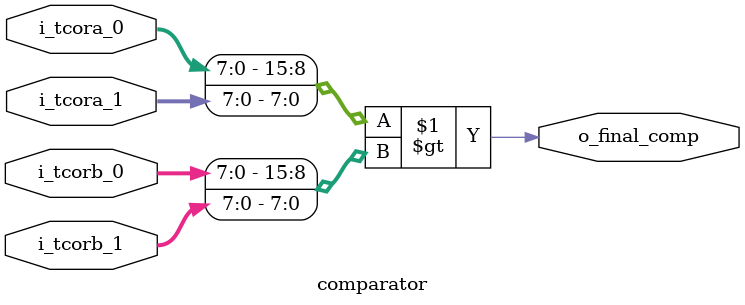
<source format=sv>
module comparator(
  input  logic  [7:0] i_tcora_0   ,
  input  logic  [7:0] i_tcora_1   ,
  input  logic  [7:0] i_tcorb_0   ,
  input  logic  [7:0] i_tcorb_1   ,
  output logic        o_final_comp
);

  assign o_final_comp = {i_tcora_0, i_tcora_1} > {i_tcorb_0, i_tcorb_1};

endmodule : comparator

</source>
